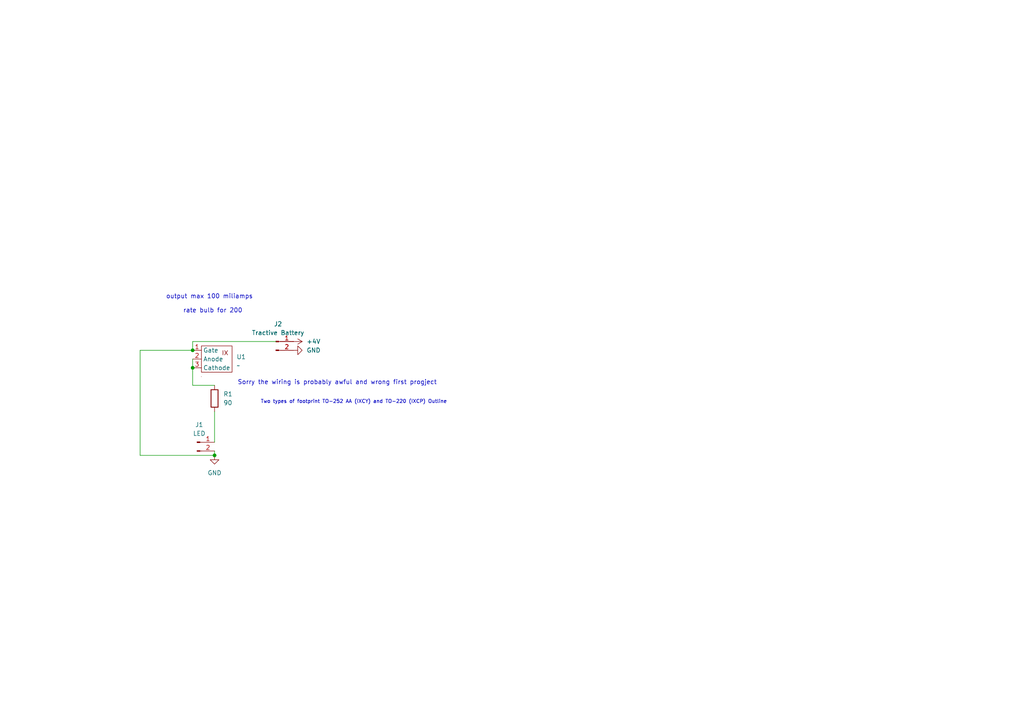
<source format=kicad_sch>
(kicad_sch (version 20250114) (generator "eeschema") (generator_version "9.0")
  (paper "A4")
  (lib_symbols
    (symbol "Connector:Conn_01x02_Pin" (pin_names (offset 1.016) (hide yes))
      (property "Reference" "J" (at 0 2.54 0))
      (property "Value" "Conn_01x02_Pin" (at 0 -5.08 0))
      (symbol "Conn_01x02_Pin_1_1"
        (rectangle (start 0.8636 0.127) (end 0 -0.127) (stroke (width 0.1524)) (fill (type outline)))
        (rectangle (start 0.8636 -2.413) (end 0 -2.667) (stroke (width 0.1524)) (fill (type outline)))
        (polyline (pts (xy 1.27 0) (xy 0.8636 0)) (stroke (width 0.1524)))
        (polyline (pts (xy 1.27 -2.54) (xy 0.8636 -2.54)) (stroke (width 0.1524)))
        (pin passive line (at 5.08 0 180) (length 3.81) (name "Pin_1") (number "1"))
        (pin passive line (at 5.08 -2.54 180) (length 3.81) (name "Pin_2") (number "2"))
      )
    )
    (symbol "Device:R" (pin_numbers (hide yes)) (pin_names (offset 0))
      (property "Reference" "R" (at 2.032 0 90))
      (property "Value" "R" (at 0 0 90))
      (symbol "R_0_1"
        (rectangle (start -1.016 -2.54) (end 1.016 2.54) (stroke (width 0.254)))
      )
      (symbol "R_1_1"
        (pin passive line (at 0 3.81 270) (length 1.27) (name "~") (number "1"))
        (pin passive line (at 0 -3.81 90) (length 1.27) (name "~") (number "2"))
      )
    )
    (symbol "IXCP10M90S:IXCP10M90S"
      (property "Reference" "U" (at 0 0 0))
      (symbol "IXCP10M90S_0_1"
        (rectangle (start 2.54 5.08) (end 11.43 -2.54))
        (rectangle (start 2.54 -3.81) (end 2.54 -3.81))
      )
      (symbol "IXCP10M90S_1_1"
        (text "IX" (at 9.398 3.048 0) (effects (font (size 1.27 1.27))))
        (pin input line (at 0 3.81 0) (length 2.54) (name "Gate") (number "1"))
        (pin input line (at 0 1.27 0) (length 2.54) (name "Anode") (number "2"))
        (pin input line (at 0 -1.27 0) (length 2.54) (name "Cathode") (number "3"))
      )
    )
    (symbol "power:+4V" (power) (pin_numbers (hide yes)) (pin_names (offset 0) (hide yes))
      (property "Value" "+4V" (at 0 3.556 0))
      (symbol "+4V_0_1"
        (polyline (pts (xy -0.762 1.27) (xy 0 2.54)))
        (polyline (pts (xy 0 2.54) (xy 0.762 1.27)))
        (polyline (pts (xy 0 0) (xy 0 2.54)))
      )
      (symbol "+4V_1_1"
        (pin power_in line (at 0 0 90) (length 0) (name "~") (number "1"))
      )
    )
    (symbol "power:GND" (power) (pin_numbers (hide yes)) (pin_names (offset 0) (hide yes))
      (property "Value" "GND" (at 0 -3.81 0))
      (symbol "GND_0_1"
        (polyline (pts (xy 0 0) (xy 0 -1.27) (xy 1.27 -1.27) (xy 0 -2.54) (xy -1.27 -1.27) (xy 0 -1.27)))
      )
      (symbol "GND_1_1"
        (pin power_in line (at 0 0 270) (length 0) (name "~") (number "1"))
      )
    )
  )
  (text "Sorry the wiring is probably awful and wrong first progject " (at 98.298 110.998 0) (effects (font (size 1.27 1.27))))
  (text "output max 100 miliamps  \n\n rate bulb for 200 " (at 61.722 88.138 0) (effects (font (size 1.27 1.27))))
  (text "Two types of footprint TO-252 AA (IXCY) and TO-220 (IXCP) Outline\n" (at 102.616 116.586 0) (effects (font (size 1.016 1.016))))
  (junction (at 62.23 132.08))
  (junction (at 55.88 106.68))
  (junction (at 55.88 101.6))
  (wire (pts (xy 40.64 132.08) (xy 62.23 132.08)))
  (wire (pts (xy 55.88 106.68) (xy 55.88 111.76)))
  (wire (pts (xy 40.64 101.6) (xy 40.64 132.08)))
  (wire (pts (xy 55.88 99.06) (xy 55.88 101.6)))
  (wire (pts (xy 62.23 119.38) (xy 62.23 128.27)))
  (wire (pts (xy 62.23 130.81) (xy 62.23 132.08)))
  (wire (pts (xy 55.88 101.6) (xy 40.64 101.6)))
  (wire (pts (xy 55.88 104.14) (xy 55.88 106.68)))
  (wire (pts (xy 55.88 111.76) (xy 62.23 111.76)))
  (wire (pts (xy 55.88 99.06) (xy 80.01 99.06)))
  (symbol (lib_id "Connector:Conn_01x02_Pin") (at 80.01 99.06 0) (unit 1)
    (property "Reference" "J2" (at 80.645 93.98 0))
    (property "Value" "Tractive Battery" (at 80.645 96.52 0))
    (property "Description" "Generic connector, single row, 01x02, script generated" (effects (hide yes)))
  )
  (symbol (lib_id "power:GND") (at 85.09 101.6 90) (unit 1)
    (property "Reference" "#PWR02" (effects (hide yes)))
    (property "Value" "GND" (at 88.9 101.5999 90) (effects (justify right)))
    (property "Description" "Power symbol creates a global label with name \"GND\" , ground" (effects (hide yes)))
  )
  (symbol (lib_id "Connector:Conn_01x02_Pin") (at 57.15 128.27 0) (unit 1)
    (property "Reference" "J1" (at 57.785 123.19 0))
    (property "Value" "LED" (at 57.785 125.73 0))
    (property "Description" "Generic connector, single row, 01x02, script generated" (effects (hide yes)))
  )
  (symbol (lib_id "power:+4V") (at 85.09 99.06 270) (unit 1)
    (property "Reference" "#PWR01" (effects (hide yes)))
    (property "Value" "+4V" (at 88.9 99.0599 90) (effects (justify left)))
    (property "Description" "Power symbol creates a global label with name \"+4V\"" (effects (hide yes)))
  )
  (symbol (lib_id "Device:R") (at 62.23 115.57 0) (unit 1)
    (property "Reference" "R1" (at 64.77 114.2999 0) (effects (justify left)))
    (property "Value" "90" (at 64.77 116.8399 0) (effects (justify left)))
    (property "Footprint" "Resistor_SMD:R_1206_3216Metric" (effects (hide yes)))
    (property "Description" "Resistor" (effects (hide yes)))
  )
  (symbol (lib_id "power:GND") (at 62.23 132.08 0) (unit 1)
    (property "Reference" "#PWR03" (effects (hide yes)))
    (property "Value" "GND" (at 62.23 137.16 0))
    (property "Description" "Power symbol creates a global label with name \"GND\" , ground" (effects (hide yes)))
  )
  (symbol (lib_id "IXCP10M90S:IXCP10M90S") (at 55.88 105.41 0) (unit 1)
    (property "Reference" "U1" (at 68.58 103.5049 0) (effects (justify left)))
    (property "Value" "~" (at 68.58 106.0449 0) (effects (justify left)))
    (property "Footprint" "HV_INDICATOR:TO-252-2" (effects (hide yes)))
    (property "Datasheet" "https://cdn.discordapp.com/attachments/1408313445073424384/1412639720609157202/image.png?ex=68c2ea02&is=68c19882&hm=00e835de8b5881e37c218f0f823475d6e63430bfb3ab5b3b2abf3995d780bc38&" (effects (hide yes)))
    (property "Description" "used for HV indicator" (effects (hide yes)))
  )
)
</source>
